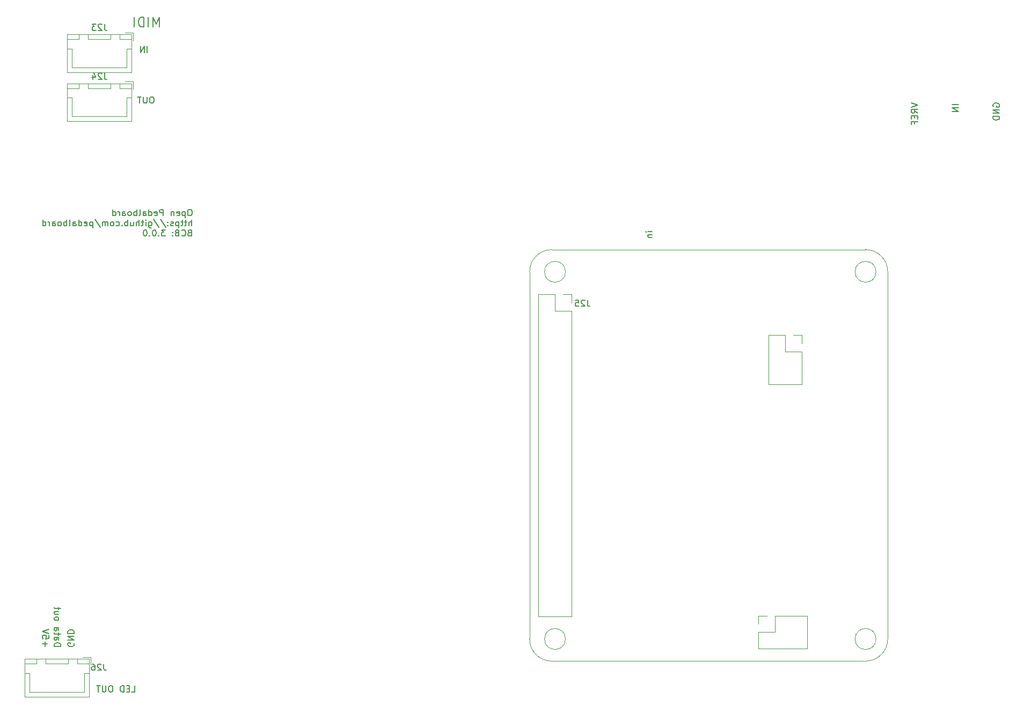
<source format=gbo>
G04 #@! TF.GenerationSoftware,KiCad,Pcbnew,7.0.8-7.0.8~ubuntu23.04.1*
G04 #@! TF.CreationDate,2023-10-19T21:47:09+00:00*
G04 #@! TF.ProjectId,pedalboard-hw,70656461-6c62-46f6-9172-642d68772e6b,3.0.0*
G04 #@! TF.SameCoordinates,Original*
G04 #@! TF.FileFunction,Legend,Bot*
G04 #@! TF.FilePolarity,Positive*
%FSLAX46Y46*%
G04 Gerber Fmt 4.6, Leading zero omitted, Abs format (unit mm)*
G04 Created by KiCad (PCBNEW 7.0.8-7.0.8~ubuntu23.04.1) date 2023-10-19 21:47:09*
%MOMM*%
%LPD*%
G01*
G04 APERTURE LIST*
%ADD10C,0.150000*%
%ADD11C,0.120000*%
%ADD12C,0.100000*%
%ADD13C,2.700000*%
%ADD14O,1.200000X2.200000*%
%ADD15O,2.200000X1.200000*%
%ADD16C,3.000000*%
%ADD17R,4.400000X1.800000*%
%ADD18O,4.000000X1.800000*%
%ADD19O,1.800000X4.000000*%
%ADD20R,2.600000X2.600000*%
%ADD21C,2.600000*%
%ADD22C,6.000000*%
%ADD23R,1.350000X1.350000*%
%ADD24O,1.350000X1.350000*%
%ADD25R,1.700000X1.700000*%
%ADD26O,1.700000X1.700000*%
%ADD27C,0.600000*%
%ADD28R,0.840000X0.840000*%
%ADD29C,0.840000*%
%ADD30O,0.850000X1.850000*%
%ADD31R,2.000000X2.000000*%
%ADD32C,2.000000*%
%ADD33C,3.200000*%
%ADD34C,6.100000*%
%ADD35O,1.700000X1.950000*%
G04 APERTURE END LIST*
D10*
X43082561Y-122139411D02*
X43130180Y-122234649D01*
X43130180Y-122234649D02*
X43130180Y-122377506D01*
X43130180Y-122377506D02*
X43082561Y-122520363D01*
X43082561Y-122520363D02*
X42987323Y-122615601D01*
X42987323Y-122615601D02*
X42892085Y-122663220D01*
X42892085Y-122663220D02*
X42701609Y-122710839D01*
X42701609Y-122710839D02*
X42558752Y-122710839D01*
X42558752Y-122710839D02*
X42368276Y-122663220D01*
X42368276Y-122663220D02*
X42273038Y-122615601D01*
X42273038Y-122615601D02*
X42177800Y-122520363D01*
X42177800Y-122520363D02*
X42130180Y-122377506D01*
X42130180Y-122377506D02*
X42130180Y-122282268D01*
X42130180Y-122282268D02*
X42177800Y-122139411D01*
X42177800Y-122139411D02*
X42225419Y-122091792D01*
X42225419Y-122091792D02*
X42558752Y-122091792D01*
X42558752Y-122091792D02*
X42558752Y-122282268D01*
X42130180Y-121663220D02*
X43130180Y-121663220D01*
X43130180Y-121663220D02*
X42130180Y-121091792D01*
X42130180Y-121091792D02*
X43130180Y-121091792D01*
X42130180Y-120615601D02*
X43130180Y-120615601D01*
X43130180Y-120615601D02*
X43130180Y-120377506D01*
X43130180Y-120377506D02*
X43082561Y-120234649D01*
X43082561Y-120234649D02*
X42987323Y-120139411D01*
X42987323Y-120139411D02*
X42892085Y-120091792D01*
X42892085Y-120091792D02*
X42701609Y-120044173D01*
X42701609Y-120044173D02*
X42558752Y-120044173D01*
X42558752Y-120044173D02*
X42368276Y-120091792D01*
X42368276Y-120091792D02*
X42273038Y-120139411D01*
X42273038Y-120139411D02*
X42177800Y-120234649D01*
X42177800Y-120234649D02*
X42130180Y-120377506D01*
X42130180Y-120377506D02*
X42130180Y-120615601D01*
X40012980Y-122663220D02*
X41012980Y-122663220D01*
X41012980Y-122663220D02*
X41012980Y-122425125D01*
X41012980Y-122425125D02*
X40965361Y-122282268D01*
X40965361Y-122282268D02*
X40870123Y-122187030D01*
X40870123Y-122187030D02*
X40774885Y-122139411D01*
X40774885Y-122139411D02*
X40584409Y-122091792D01*
X40584409Y-122091792D02*
X40441552Y-122091792D01*
X40441552Y-122091792D02*
X40251076Y-122139411D01*
X40251076Y-122139411D02*
X40155838Y-122187030D01*
X40155838Y-122187030D02*
X40060600Y-122282268D01*
X40060600Y-122282268D02*
X40012980Y-122425125D01*
X40012980Y-122425125D02*
X40012980Y-122663220D01*
X40012980Y-121234649D02*
X40536790Y-121234649D01*
X40536790Y-121234649D02*
X40632028Y-121282268D01*
X40632028Y-121282268D02*
X40679647Y-121377506D01*
X40679647Y-121377506D02*
X40679647Y-121567982D01*
X40679647Y-121567982D02*
X40632028Y-121663220D01*
X40060600Y-121234649D02*
X40012980Y-121329887D01*
X40012980Y-121329887D02*
X40012980Y-121567982D01*
X40012980Y-121567982D02*
X40060600Y-121663220D01*
X40060600Y-121663220D02*
X40155838Y-121710839D01*
X40155838Y-121710839D02*
X40251076Y-121710839D01*
X40251076Y-121710839D02*
X40346314Y-121663220D01*
X40346314Y-121663220D02*
X40393933Y-121567982D01*
X40393933Y-121567982D02*
X40393933Y-121329887D01*
X40393933Y-121329887D02*
X40441552Y-121234649D01*
X40679647Y-120901315D02*
X40679647Y-120520363D01*
X41012980Y-120758458D02*
X40155838Y-120758458D01*
X40155838Y-120758458D02*
X40060600Y-120710839D01*
X40060600Y-120710839D02*
X40012980Y-120615601D01*
X40012980Y-120615601D02*
X40012980Y-120520363D01*
X40012980Y-119758458D02*
X40536790Y-119758458D01*
X40536790Y-119758458D02*
X40632028Y-119806077D01*
X40632028Y-119806077D02*
X40679647Y-119901315D01*
X40679647Y-119901315D02*
X40679647Y-120091791D01*
X40679647Y-120091791D02*
X40632028Y-120187029D01*
X40060600Y-119758458D02*
X40012980Y-119853696D01*
X40012980Y-119853696D02*
X40012980Y-120091791D01*
X40012980Y-120091791D02*
X40060600Y-120187029D01*
X40060600Y-120187029D02*
X40155838Y-120234648D01*
X40155838Y-120234648D02*
X40251076Y-120234648D01*
X40251076Y-120234648D02*
X40346314Y-120187029D01*
X40346314Y-120187029D02*
X40393933Y-120091791D01*
X40393933Y-120091791D02*
X40393933Y-119853696D01*
X40393933Y-119853696D02*
X40441552Y-119758458D01*
X40012980Y-118377505D02*
X40060600Y-118472743D01*
X40060600Y-118472743D02*
X40108219Y-118520362D01*
X40108219Y-118520362D02*
X40203457Y-118567981D01*
X40203457Y-118567981D02*
X40489171Y-118567981D01*
X40489171Y-118567981D02*
X40584409Y-118520362D01*
X40584409Y-118520362D02*
X40632028Y-118472743D01*
X40632028Y-118472743D02*
X40679647Y-118377505D01*
X40679647Y-118377505D02*
X40679647Y-118234648D01*
X40679647Y-118234648D02*
X40632028Y-118139410D01*
X40632028Y-118139410D02*
X40584409Y-118091791D01*
X40584409Y-118091791D02*
X40489171Y-118044172D01*
X40489171Y-118044172D02*
X40203457Y-118044172D01*
X40203457Y-118044172D02*
X40108219Y-118091791D01*
X40108219Y-118091791D02*
X40060600Y-118139410D01*
X40060600Y-118139410D02*
X40012980Y-118234648D01*
X40012980Y-118234648D02*
X40012980Y-118377505D01*
X40679647Y-117187029D02*
X40012980Y-117187029D01*
X40679647Y-117615600D02*
X40155838Y-117615600D01*
X40155838Y-117615600D02*
X40060600Y-117567981D01*
X40060600Y-117567981D02*
X40012980Y-117472743D01*
X40012980Y-117472743D02*
X40012980Y-117329886D01*
X40012980Y-117329886D02*
X40060600Y-117234648D01*
X40060600Y-117234648D02*
X40108219Y-117187029D01*
X40679647Y-116853695D02*
X40679647Y-116472743D01*
X41012980Y-116710838D02*
X40155838Y-116710838D01*
X40155838Y-116710838D02*
X40060600Y-116663219D01*
X40060600Y-116663219D02*
X40012980Y-116567981D01*
X40012980Y-116567981D02*
X40012980Y-116472743D01*
X54663220Y-28869819D02*
X54663220Y-27869819D01*
X54187030Y-28869819D02*
X54187030Y-27869819D01*
X54187030Y-27869819D02*
X53615602Y-28869819D01*
X53615602Y-28869819D02*
X53615602Y-27869819D01*
X188147438Y-37436588D02*
X188099819Y-37341350D01*
X188099819Y-37341350D02*
X188099819Y-37198493D01*
X188099819Y-37198493D02*
X188147438Y-37055636D01*
X188147438Y-37055636D02*
X188242676Y-36960398D01*
X188242676Y-36960398D02*
X188337914Y-36912779D01*
X188337914Y-36912779D02*
X188528390Y-36865160D01*
X188528390Y-36865160D02*
X188671247Y-36865160D01*
X188671247Y-36865160D02*
X188861723Y-36912779D01*
X188861723Y-36912779D02*
X188956961Y-36960398D01*
X188956961Y-36960398D02*
X189052200Y-37055636D01*
X189052200Y-37055636D02*
X189099819Y-37198493D01*
X189099819Y-37198493D02*
X189099819Y-37293731D01*
X189099819Y-37293731D02*
X189052200Y-37436588D01*
X189052200Y-37436588D02*
X189004580Y-37484207D01*
X189004580Y-37484207D02*
X188671247Y-37484207D01*
X188671247Y-37484207D02*
X188671247Y-37293731D01*
X189099819Y-37912779D02*
X188099819Y-37912779D01*
X188099819Y-37912779D02*
X189099819Y-38484207D01*
X189099819Y-38484207D02*
X188099819Y-38484207D01*
X189099819Y-38960398D02*
X188099819Y-38960398D01*
X188099819Y-38960398D02*
X188099819Y-39198493D01*
X188099819Y-39198493D02*
X188147438Y-39341350D01*
X188147438Y-39341350D02*
X188242676Y-39436588D01*
X188242676Y-39436588D02*
X188337914Y-39484207D01*
X188337914Y-39484207D02*
X188528390Y-39531826D01*
X188528390Y-39531826D02*
X188671247Y-39531826D01*
X188671247Y-39531826D02*
X188861723Y-39484207D01*
X188861723Y-39484207D02*
X188956961Y-39436588D01*
X188956961Y-39436588D02*
X189052200Y-39341350D01*
X189052200Y-39341350D02*
X189099819Y-39198493D01*
X189099819Y-39198493D02*
X189099819Y-38960398D01*
X61472744Y-53649819D02*
X61282268Y-53649819D01*
X61282268Y-53649819D02*
X61187030Y-53697438D01*
X61187030Y-53697438D02*
X61091792Y-53792676D01*
X61091792Y-53792676D02*
X61044173Y-53983152D01*
X61044173Y-53983152D02*
X61044173Y-54316485D01*
X61044173Y-54316485D02*
X61091792Y-54506961D01*
X61091792Y-54506961D02*
X61187030Y-54602200D01*
X61187030Y-54602200D02*
X61282268Y-54649819D01*
X61282268Y-54649819D02*
X61472744Y-54649819D01*
X61472744Y-54649819D02*
X61567982Y-54602200D01*
X61567982Y-54602200D02*
X61663220Y-54506961D01*
X61663220Y-54506961D02*
X61710839Y-54316485D01*
X61710839Y-54316485D02*
X61710839Y-53983152D01*
X61710839Y-53983152D02*
X61663220Y-53792676D01*
X61663220Y-53792676D02*
X61567982Y-53697438D01*
X61567982Y-53697438D02*
X61472744Y-53649819D01*
X60615601Y-53983152D02*
X60615601Y-54983152D01*
X60615601Y-54030771D02*
X60520363Y-53983152D01*
X60520363Y-53983152D02*
X60329887Y-53983152D01*
X60329887Y-53983152D02*
X60234649Y-54030771D01*
X60234649Y-54030771D02*
X60187030Y-54078390D01*
X60187030Y-54078390D02*
X60139411Y-54173628D01*
X60139411Y-54173628D02*
X60139411Y-54459342D01*
X60139411Y-54459342D02*
X60187030Y-54554580D01*
X60187030Y-54554580D02*
X60234649Y-54602200D01*
X60234649Y-54602200D02*
X60329887Y-54649819D01*
X60329887Y-54649819D02*
X60520363Y-54649819D01*
X60520363Y-54649819D02*
X60615601Y-54602200D01*
X59329887Y-54602200D02*
X59425125Y-54649819D01*
X59425125Y-54649819D02*
X59615601Y-54649819D01*
X59615601Y-54649819D02*
X59710839Y-54602200D01*
X59710839Y-54602200D02*
X59758458Y-54506961D01*
X59758458Y-54506961D02*
X59758458Y-54126009D01*
X59758458Y-54126009D02*
X59710839Y-54030771D01*
X59710839Y-54030771D02*
X59615601Y-53983152D01*
X59615601Y-53983152D02*
X59425125Y-53983152D01*
X59425125Y-53983152D02*
X59329887Y-54030771D01*
X59329887Y-54030771D02*
X59282268Y-54126009D01*
X59282268Y-54126009D02*
X59282268Y-54221247D01*
X59282268Y-54221247D02*
X59758458Y-54316485D01*
X58853696Y-53983152D02*
X58853696Y-54649819D01*
X58853696Y-54078390D02*
X58806077Y-54030771D01*
X58806077Y-54030771D02*
X58710839Y-53983152D01*
X58710839Y-53983152D02*
X58567982Y-53983152D01*
X58567982Y-53983152D02*
X58472744Y-54030771D01*
X58472744Y-54030771D02*
X58425125Y-54126009D01*
X58425125Y-54126009D02*
X58425125Y-54649819D01*
X57187029Y-54649819D02*
X57187029Y-53649819D01*
X57187029Y-53649819D02*
X56806077Y-53649819D01*
X56806077Y-53649819D02*
X56710839Y-53697438D01*
X56710839Y-53697438D02*
X56663220Y-53745057D01*
X56663220Y-53745057D02*
X56615601Y-53840295D01*
X56615601Y-53840295D02*
X56615601Y-53983152D01*
X56615601Y-53983152D02*
X56663220Y-54078390D01*
X56663220Y-54078390D02*
X56710839Y-54126009D01*
X56710839Y-54126009D02*
X56806077Y-54173628D01*
X56806077Y-54173628D02*
X57187029Y-54173628D01*
X55806077Y-54602200D02*
X55901315Y-54649819D01*
X55901315Y-54649819D02*
X56091791Y-54649819D01*
X56091791Y-54649819D02*
X56187029Y-54602200D01*
X56187029Y-54602200D02*
X56234648Y-54506961D01*
X56234648Y-54506961D02*
X56234648Y-54126009D01*
X56234648Y-54126009D02*
X56187029Y-54030771D01*
X56187029Y-54030771D02*
X56091791Y-53983152D01*
X56091791Y-53983152D02*
X55901315Y-53983152D01*
X55901315Y-53983152D02*
X55806077Y-54030771D01*
X55806077Y-54030771D02*
X55758458Y-54126009D01*
X55758458Y-54126009D02*
X55758458Y-54221247D01*
X55758458Y-54221247D02*
X56234648Y-54316485D01*
X54901315Y-54649819D02*
X54901315Y-53649819D01*
X54901315Y-54602200D02*
X54996553Y-54649819D01*
X54996553Y-54649819D02*
X55187029Y-54649819D01*
X55187029Y-54649819D02*
X55282267Y-54602200D01*
X55282267Y-54602200D02*
X55329886Y-54554580D01*
X55329886Y-54554580D02*
X55377505Y-54459342D01*
X55377505Y-54459342D02*
X55377505Y-54173628D01*
X55377505Y-54173628D02*
X55329886Y-54078390D01*
X55329886Y-54078390D02*
X55282267Y-54030771D01*
X55282267Y-54030771D02*
X55187029Y-53983152D01*
X55187029Y-53983152D02*
X54996553Y-53983152D01*
X54996553Y-53983152D02*
X54901315Y-54030771D01*
X53996553Y-54649819D02*
X53996553Y-54126009D01*
X53996553Y-54126009D02*
X54044172Y-54030771D01*
X54044172Y-54030771D02*
X54139410Y-53983152D01*
X54139410Y-53983152D02*
X54329886Y-53983152D01*
X54329886Y-53983152D02*
X54425124Y-54030771D01*
X53996553Y-54602200D02*
X54091791Y-54649819D01*
X54091791Y-54649819D02*
X54329886Y-54649819D01*
X54329886Y-54649819D02*
X54425124Y-54602200D01*
X54425124Y-54602200D02*
X54472743Y-54506961D01*
X54472743Y-54506961D02*
X54472743Y-54411723D01*
X54472743Y-54411723D02*
X54425124Y-54316485D01*
X54425124Y-54316485D02*
X54329886Y-54268866D01*
X54329886Y-54268866D02*
X54091791Y-54268866D01*
X54091791Y-54268866D02*
X53996553Y-54221247D01*
X53377505Y-54649819D02*
X53472743Y-54602200D01*
X53472743Y-54602200D02*
X53520362Y-54506961D01*
X53520362Y-54506961D02*
X53520362Y-53649819D01*
X52996552Y-54649819D02*
X52996552Y-53649819D01*
X52996552Y-54030771D02*
X52901314Y-53983152D01*
X52901314Y-53983152D02*
X52710838Y-53983152D01*
X52710838Y-53983152D02*
X52615600Y-54030771D01*
X52615600Y-54030771D02*
X52567981Y-54078390D01*
X52567981Y-54078390D02*
X52520362Y-54173628D01*
X52520362Y-54173628D02*
X52520362Y-54459342D01*
X52520362Y-54459342D02*
X52567981Y-54554580D01*
X52567981Y-54554580D02*
X52615600Y-54602200D01*
X52615600Y-54602200D02*
X52710838Y-54649819D01*
X52710838Y-54649819D02*
X52901314Y-54649819D01*
X52901314Y-54649819D02*
X52996552Y-54602200D01*
X51948933Y-54649819D02*
X52044171Y-54602200D01*
X52044171Y-54602200D02*
X52091790Y-54554580D01*
X52091790Y-54554580D02*
X52139409Y-54459342D01*
X52139409Y-54459342D02*
X52139409Y-54173628D01*
X52139409Y-54173628D02*
X52091790Y-54078390D01*
X52091790Y-54078390D02*
X52044171Y-54030771D01*
X52044171Y-54030771D02*
X51948933Y-53983152D01*
X51948933Y-53983152D02*
X51806076Y-53983152D01*
X51806076Y-53983152D02*
X51710838Y-54030771D01*
X51710838Y-54030771D02*
X51663219Y-54078390D01*
X51663219Y-54078390D02*
X51615600Y-54173628D01*
X51615600Y-54173628D02*
X51615600Y-54459342D01*
X51615600Y-54459342D02*
X51663219Y-54554580D01*
X51663219Y-54554580D02*
X51710838Y-54602200D01*
X51710838Y-54602200D02*
X51806076Y-54649819D01*
X51806076Y-54649819D02*
X51948933Y-54649819D01*
X50758457Y-54649819D02*
X50758457Y-54126009D01*
X50758457Y-54126009D02*
X50806076Y-54030771D01*
X50806076Y-54030771D02*
X50901314Y-53983152D01*
X50901314Y-53983152D02*
X51091790Y-53983152D01*
X51091790Y-53983152D02*
X51187028Y-54030771D01*
X50758457Y-54602200D02*
X50853695Y-54649819D01*
X50853695Y-54649819D02*
X51091790Y-54649819D01*
X51091790Y-54649819D02*
X51187028Y-54602200D01*
X51187028Y-54602200D02*
X51234647Y-54506961D01*
X51234647Y-54506961D02*
X51234647Y-54411723D01*
X51234647Y-54411723D02*
X51187028Y-54316485D01*
X51187028Y-54316485D02*
X51091790Y-54268866D01*
X51091790Y-54268866D02*
X50853695Y-54268866D01*
X50853695Y-54268866D02*
X50758457Y-54221247D01*
X50282266Y-54649819D02*
X50282266Y-53983152D01*
X50282266Y-54173628D02*
X50234647Y-54078390D01*
X50234647Y-54078390D02*
X50187028Y-54030771D01*
X50187028Y-54030771D02*
X50091790Y-53983152D01*
X50091790Y-53983152D02*
X49996552Y-53983152D01*
X49234647Y-54649819D02*
X49234647Y-53649819D01*
X49234647Y-54602200D02*
X49329885Y-54649819D01*
X49329885Y-54649819D02*
X49520361Y-54649819D01*
X49520361Y-54649819D02*
X49615599Y-54602200D01*
X49615599Y-54602200D02*
X49663218Y-54554580D01*
X49663218Y-54554580D02*
X49710837Y-54459342D01*
X49710837Y-54459342D02*
X49710837Y-54173628D01*
X49710837Y-54173628D02*
X49663218Y-54078390D01*
X49663218Y-54078390D02*
X49615599Y-54030771D01*
X49615599Y-54030771D02*
X49520361Y-53983152D01*
X49520361Y-53983152D02*
X49329885Y-53983152D01*
X49329885Y-53983152D02*
X49234647Y-54030771D01*
X61663220Y-56259819D02*
X61663220Y-55259819D01*
X61234649Y-56259819D02*
X61234649Y-55736009D01*
X61234649Y-55736009D02*
X61282268Y-55640771D01*
X61282268Y-55640771D02*
X61377506Y-55593152D01*
X61377506Y-55593152D02*
X61520363Y-55593152D01*
X61520363Y-55593152D02*
X61615601Y-55640771D01*
X61615601Y-55640771D02*
X61663220Y-55688390D01*
X60901315Y-55593152D02*
X60520363Y-55593152D01*
X60758458Y-55259819D02*
X60758458Y-56116961D01*
X60758458Y-56116961D02*
X60710839Y-56212200D01*
X60710839Y-56212200D02*
X60615601Y-56259819D01*
X60615601Y-56259819D02*
X60520363Y-56259819D01*
X60329886Y-55593152D02*
X59948934Y-55593152D01*
X60187029Y-55259819D02*
X60187029Y-56116961D01*
X60187029Y-56116961D02*
X60139410Y-56212200D01*
X60139410Y-56212200D02*
X60044172Y-56259819D01*
X60044172Y-56259819D02*
X59948934Y-56259819D01*
X59615600Y-55593152D02*
X59615600Y-56593152D01*
X59615600Y-55640771D02*
X59520362Y-55593152D01*
X59520362Y-55593152D02*
X59329886Y-55593152D01*
X59329886Y-55593152D02*
X59234648Y-55640771D01*
X59234648Y-55640771D02*
X59187029Y-55688390D01*
X59187029Y-55688390D02*
X59139410Y-55783628D01*
X59139410Y-55783628D02*
X59139410Y-56069342D01*
X59139410Y-56069342D02*
X59187029Y-56164580D01*
X59187029Y-56164580D02*
X59234648Y-56212200D01*
X59234648Y-56212200D02*
X59329886Y-56259819D01*
X59329886Y-56259819D02*
X59520362Y-56259819D01*
X59520362Y-56259819D02*
X59615600Y-56212200D01*
X58758457Y-56212200D02*
X58663219Y-56259819D01*
X58663219Y-56259819D02*
X58472743Y-56259819D01*
X58472743Y-56259819D02*
X58377505Y-56212200D01*
X58377505Y-56212200D02*
X58329886Y-56116961D01*
X58329886Y-56116961D02*
X58329886Y-56069342D01*
X58329886Y-56069342D02*
X58377505Y-55974104D01*
X58377505Y-55974104D02*
X58472743Y-55926485D01*
X58472743Y-55926485D02*
X58615600Y-55926485D01*
X58615600Y-55926485D02*
X58710838Y-55878866D01*
X58710838Y-55878866D02*
X58758457Y-55783628D01*
X58758457Y-55783628D02*
X58758457Y-55736009D01*
X58758457Y-55736009D02*
X58710838Y-55640771D01*
X58710838Y-55640771D02*
X58615600Y-55593152D01*
X58615600Y-55593152D02*
X58472743Y-55593152D01*
X58472743Y-55593152D02*
X58377505Y-55640771D01*
X57901314Y-56164580D02*
X57853695Y-56212200D01*
X57853695Y-56212200D02*
X57901314Y-56259819D01*
X57901314Y-56259819D02*
X57948933Y-56212200D01*
X57948933Y-56212200D02*
X57901314Y-56164580D01*
X57901314Y-56164580D02*
X57901314Y-56259819D01*
X57901314Y-55640771D02*
X57853695Y-55688390D01*
X57853695Y-55688390D02*
X57901314Y-55736009D01*
X57901314Y-55736009D02*
X57948933Y-55688390D01*
X57948933Y-55688390D02*
X57901314Y-55640771D01*
X57901314Y-55640771D02*
X57901314Y-55736009D01*
X56710839Y-55212200D02*
X57567981Y-56497914D01*
X55663220Y-55212200D02*
X56520362Y-56497914D01*
X54901315Y-55593152D02*
X54901315Y-56402676D01*
X54901315Y-56402676D02*
X54948934Y-56497914D01*
X54948934Y-56497914D02*
X54996553Y-56545533D01*
X54996553Y-56545533D02*
X55091791Y-56593152D01*
X55091791Y-56593152D02*
X55234648Y-56593152D01*
X55234648Y-56593152D02*
X55329886Y-56545533D01*
X54901315Y-56212200D02*
X54996553Y-56259819D01*
X54996553Y-56259819D02*
X55187029Y-56259819D01*
X55187029Y-56259819D02*
X55282267Y-56212200D01*
X55282267Y-56212200D02*
X55329886Y-56164580D01*
X55329886Y-56164580D02*
X55377505Y-56069342D01*
X55377505Y-56069342D02*
X55377505Y-55783628D01*
X55377505Y-55783628D02*
X55329886Y-55688390D01*
X55329886Y-55688390D02*
X55282267Y-55640771D01*
X55282267Y-55640771D02*
X55187029Y-55593152D01*
X55187029Y-55593152D02*
X54996553Y-55593152D01*
X54996553Y-55593152D02*
X54901315Y-55640771D01*
X54425124Y-56259819D02*
X54425124Y-55593152D01*
X54425124Y-55259819D02*
X54472743Y-55307438D01*
X54472743Y-55307438D02*
X54425124Y-55355057D01*
X54425124Y-55355057D02*
X54377505Y-55307438D01*
X54377505Y-55307438D02*
X54425124Y-55259819D01*
X54425124Y-55259819D02*
X54425124Y-55355057D01*
X54091791Y-55593152D02*
X53710839Y-55593152D01*
X53948934Y-55259819D02*
X53948934Y-56116961D01*
X53948934Y-56116961D02*
X53901315Y-56212200D01*
X53901315Y-56212200D02*
X53806077Y-56259819D01*
X53806077Y-56259819D02*
X53710839Y-56259819D01*
X53377505Y-56259819D02*
X53377505Y-55259819D01*
X52948934Y-56259819D02*
X52948934Y-55736009D01*
X52948934Y-55736009D02*
X52996553Y-55640771D01*
X52996553Y-55640771D02*
X53091791Y-55593152D01*
X53091791Y-55593152D02*
X53234648Y-55593152D01*
X53234648Y-55593152D02*
X53329886Y-55640771D01*
X53329886Y-55640771D02*
X53377505Y-55688390D01*
X52044172Y-55593152D02*
X52044172Y-56259819D01*
X52472743Y-55593152D02*
X52472743Y-56116961D01*
X52472743Y-56116961D02*
X52425124Y-56212200D01*
X52425124Y-56212200D02*
X52329886Y-56259819D01*
X52329886Y-56259819D02*
X52187029Y-56259819D01*
X52187029Y-56259819D02*
X52091791Y-56212200D01*
X52091791Y-56212200D02*
X52044172Y-56164580D01*
X51567981Y-56259819D02*
X51567981Y-55259819D01*
X51567981Y-55640771D02*
X51472743Y-55593152D01*
X51472743Y-55593152D02*
X51282267Y-55593152D01*
X51282267Y-55593152D02*
X51187029Y-55640771D01*
X51187029Y-55640771D02*
X51139410Y-55688390D01*
X51139410Y-55688390D02*
X51091791Y-55783628D01*
X51091791Y-55783628D02*
X51091791Y-56069342D01*
X51091791Y-56069342D02*
X51139410Y-56164580D01*
X51139410Y-56164580D02*
X51187029Y-56212200D01*
X51187029Y-56212200D02*
X51282267Y-56259819D01*
X51282267Y-56259819D02*
X51472743Y-56259819D01*
X51472743Y-56259819D02*
X51567981Y-56212200D01*
X50663219Y-56164580D02*
X50615600Y-56212200D01*
X50615600Y-56212200D02*
X50663219Y-56259819D01*
X50663219Y-56259819D02*
X50710838Y-56212200D01*
X50710838Y-56212200D02*
X50663219Y-56164580D01*
X50663219Y-56164580D02*
X50663219Y-56259819D01*
X49758458Y-56212200D02*
X49853696Y-56259819D01*
X49853696Y-56259819D02*
X50044172Y-56259819D01*
X50044172Y-56259819D02*
X50139410Y-56212200D01*
X50139410Y-56212200D02*
X50187029Y-56164580D01*
X50187029Y-56164580D02*
X50234648Y-56069342D01*
X50234648Y-56069342D02*
X50234648Y-55783628D01*
X50234648Y-55783628D02*
X50187029Y-55688390D01*
X50187029Y-55688390D02*
X50139410Y-55640771D01*
X50139410Y-55640771D02*
X50044172Y-55593152D01*
X50044172Y-55593152D02*
X49853696Y-55593152D01*
X49853696Y-55593152D02*
X49758458Y-55640771D01*
X49187029Y-56259819D02*
X49282267Y-56212200D01*
X49282267Y-56212200D02*
X49329886Y-56164580D01*
X49329886Y-56164580D02*
X49377505Y-56069342D01*
X49377505Y-56069342D02*
X49377505Y-55783628D01*
X49377505Y-55783628D02*
X49329886Y-55688390D01*
X49329886Y-55688390D02*
X49282267Y-55640771D01*
X49282267Y-55640771D02*
X49187029Y-55593152D01*
X49187029Y-55593152D02*
X49044172Y-55593152D01*
X49044172Y-55593152D02*
X48948934Y-55640771D01*
X48948934Y-55640771D02*
X48901315Y-55688390D01*
X48901315Y-55688390D02*
X48853696Y-55783628D01*
X48853696Y-55783628D02*
X48853696Y-56069342D01*
X48853696Y-56069342D02*
X48901315Y-56164580D01*
X48901315Y-56164580D02*
X48948934Y-56212200D01*
X48948934Y-56212200D02*
X49044172Y-56259819D01*
X49044172Y-56259819D02*
X49187029Y-56259819D01*
X48425124Y-56259819D02*
X48425124Y-55593152D01*
X48425124Y-55688390D02*
X48377505Y-55640771D01*
X48377505Y-55640771D02*
X48282267Y-55593152D01*
X48282267Y-55593152D02*
X48139410Y-55593152D01*
X48139410Y-55593152D02*
X48044172Y-55640771D01*
X48044172Y-55640771D02*
X47996553Y-55736009D01*
X47996553Y-55736009D02*
X47996553Y-56259819D01*
X47996553Y-55736009D02*
X47948934Y-55640771D01*
X47948934Y-55640771D02*
X47853696Y-55593152D01*
X47853696Y-55593152D02*
X47710839Y-55593152D01*
X47710839Y-55593152D02*
X47615600Y-55640771D01*
X47615600Y-55640771D02*
X47567981Y-55736009D01*
X47567981Y-55736009D02*
X47567981Y-56259819D01*
X46377506Y-55212200D02*
X47234648Y-56497914D01*
X46044172Y-55593152D02*
X46044172Y-56593152D01*
X46044172Y-55640771D02*
X45948934Y-55593152D01*
X45948934Y-55593152D02*
X45758458Y-55593152D01*
X45758458Y-55593152D02*
X45663220Y-55640771D01*
X45663220Y-55640771D02*
X45615601Y-55688390D01*
X45615601Y-55688390D02*
X45567982Y-55783628D01*
X45567982Y-55783628D02*
X45567982Y-56069342D01*
X45567982Y-56069342D02*
X45615601Y-56164580D01*
X45615601Y-56164580D02*
X45663220Y-56212200D01*
X45663220Y-56212200D02*
X45758458Y-56259819D01*
X45758458Y-56259819D02*
X45948934Y-56259819D01*
X45948934Y-56259819D02*
X46044172Y-56212200D01*
X44758458Y-56212200D02*
X44853696Y-56259819D01*
X44853696Y-56259819D02*
X45044172Y-56259819D01*
X45044172Y-56259819D02*
X45139410Y-56212200D01*
X45139410Y-56212200D02*
X45187029Y-56116961D01*
X45187029Y-56116961D02*
X45187029Y-55736009D01*
X45187029Y-55736009D02*
X45139410Y-55640771D01*
X45139410Y-55640771D02*
X45044172Y-55593152D01*
X45044172Y-55593152D02*
X44853696Y-55593152D01*
X44853696Y-55593152D02*
X44758458Y-55640771D01*
X44758458Y-55640771D02*
X44710839Y-55736009D01*
X44710839Y-55736009D02*
X44710839Y-55831247D01*
X44710839Y-55831247D02*
X45187029Y-55926485D01*
X43853696Y-56259819D02*
X43853696Y-55259819D01*
X43853696Y-56212200D02*
X43948934Y-56259819D01*
X43948934Y-56259819D02*
X44139410Y-56259819D01*
X44139410Y-56259819D02*
X44234648Y-56212200D01*
X44234648Y-56212200D02*
X44282267Y-56164580D01*
X44282267Y-56164580D02*
X44329886Y-56069342D01*
X44329886Y-56069342D02*
X44329886Y-55783628D01*
X44329886Y-55783628D02*
X44282267Y-55688390D01*
X44282267Y-55688390D02*
X44234648Y-55640771D01*
X44234648Y-55640771D02*
X44139410Y-55593152D01*
X44139410Y-55593152D02*
X43948934Y-55593152D01*
X43948934Y-55593152D02*
X43853696Y-55640771D01*
X42948934Y-56259819D02*
X42948934Y-55736009D01*
X42948934Y-55736009D02*
X42996553Y-55640771D01*
X42996553Y-55640771D02*
X43091791Y-55593152D01*
X43091791Y-55593152D02*
X43282267Y-55593152D01*
X43282267Y-55593152D02*
X43377505Y-55640771D01*
X42948934Y-56212200D02*
X43044172Y-56259819D01*
X43044172Y-56259819D02*
X43282267Y-56259819D01*
X43282267Y-56259819D02*
X43377505Y-56212200D01*
X43377505Y-56212200D02*
X43425124Y-56116961D01*
X43425124Y-56116961D02*
X43425124Y-56021723D01*
X43425124Y-56021723D02*
X43377505Y-55926485D01*
X43377505Y-55926485D02*
X43282267Y-55878866D01*
X43282267Y-55878866D02*
X43044172Y-55878866D01*
X43044172Y-55878866D02*
X42948934Y-55831247D01*
X42329886Y-56259819D02*
X42425124Y-56212200D01*
X42425124Y-56212200D02*
X42472743Y-56116961D01*
X42472743Y-56116961D02*
X42472743Y-55259819D01*
X41948933Y-56259819D02*
X41948933Y-55259819D01*
X41948933Y-55640771D02*
X41853695Y-55593152D01*
X41853695Y-55593152D02*
X41663219Y-55593152D01*
X41663219Y-55593152D02*
X41567981Y-55640771D01*
X41567981Y-55640771D02*
X41520362Y-55688390D01*
X41520362Y-55688390D02*
X41472743Y-55783628D01*
X41472743Y-55783628D02*
X41472743Y-56069342D01*
X41472743Y-56069342D02*
X41520362Y-56164580D01*
X41520362Y-56164580D02*
X41567981Y-56212200D01*
X41567981Y-56212200D02*
X41663219Y-56259819D01*
X41663219Y-56259819D02*
X41853695Y-56259819D01*
X41853695Y-56259819D02*
X41948933Y-56212200D01*
X40901314Y-56259819D02*
X40996552Y-56212200D01*
X40996552Y-56212200D02*
X41044171Y-56164580D01*
X41044171Y-56164580D02*
X41091790Y-56069342D01*
X41091790Y-56069342D02*
X41091790Y-55783628D01*
X41091790Y-55783628D02*
X41044171Y-55688390D01*
X41044171Y-55688390D02*
X40996552Y-55640771D01*
X40996552Y-55640771D02*
X40901314Y-55593152D01*
X40901314Y-55593152D02*
X40758457Y-55593152D01*
X40758457Y-55593152D02*
X40663219Y-55640771D01*
X40663219Y-55640771D02*
X40615600Y-55688390D01*
X40615600Y-55688390D02*
X40567981Y-55783628D01*
X40567981Y-55783628D02*
X40567981Y-56069342D01*
X40567981Y-56069342D02*
X40615600Y-56164580D01*
X40615600Y-56164580D02*
X40663219Y-56212200D01*
X40663219Y-56212200D02*
X40758457Y-56259819D01*
X40758457Y-56259819D02*
X40901314Y-56259819D01*
X39710838Y-56259819D02*
X39710838Y-55736009D01*
X39710838Y-55736009D02*
X39758457Y-55640771D01*
X39758457Y-55640771D02*
X39853695Y-55593152D01*
X39853695Y-55593152D02*
X40044171Y-55593152D01*
X40044171Y-55593152D02*
X40139409Y-55640771D01*
X39710838Y-56212200D02*
X39806076Y-56259819D01*
X39806076Y-56259819D02*
X40044171Y-56259819D01*
X40044171Y-56259819D02*
X40139409Y-56212200D01*
X40139409Y-56212200D02*
X40187028Y-56116961D01*
X40187028Y-56116961D02*
X40187028Y-56021723D01*
X40187028Y-56021723D02*
X40139409Y-55926485D01*
X40139409Y-55926485D02*
X40044171Y-55878866D01*
X40044171Y-55878866D02*
X39806076Y-55878866D01*
X39806076Y-55878866D02*
X39710838Y-55831247D01*
X39234647Y-56259819D02*
X39234647Y-55593152D01*
X39234647Y-55783628D02*
X39187028Y-55688390D01*
X39187028Y-55688390D02*
X39139409Y-55640771D01*
X39139409Y-55640771D02*
X39044171Y-55593152D01*
X39044171Y-55593152D02*
X38948933Y-55593152D01*
X38187028Y-56259819D02*
X38187028Y-55259819D01*
X38187028Y-56212200D02*
X38282266Y-56259819D01*
X38282266Y-56259819D02*
X38472742Y-56259819D01*
X38472742Y-56259819D02*
X38567980Y-56212200D01*
X38567980Y-56212200D02*
X38615599Y-56164580D01*
X38615599Y-56164580D02*
X38663218Y-56069342D01*
X38663218Y-56069342D02*
X38663218Y-55783628D01*
X38663218Y-55783628D02*
X38615599Y-55688390D01*
X38615599Y-55688390D02*
X38567980Y-55640771D01*
X38567980Y-55640771D02*
X38472742Y-55593152D01*
X38472742Y-55593152D02*
X38282266Y-55593152D01*
X38282266Y-55593152D02*
X38187028Y-55640771D01*
X61329887Y-57346009D02*
X61187030Y-57393628D01*
X61187030Y-57393628D02*
X61139411Y-57441247D01*
X61139411Y-57441247D02*
X61091792Y-57536485D01*
X61091792Y-57536485D02*
X61091792Y-57679342D01*
X61091792Y-57679342D02*
X61139411Y-57774580D01*
X61139411Y-57774580D02*
X61187030Y-57822200D01*
X61187030Y-57822200D02*
X61282268Y-57869819D01*
X61282268Y-57869819D02*
X61663220Y-57869819D01*
X61663220Y-57869819D02*
X61663220Y-56869819D01*
X61663220Y-56869819D02*
X61329887Y-56869819D01*
X61329887Y-56869819D02*
X61234649Y-56917438D01*
X61234649Y-56917438D02*
X61187030Y-56965057D01*
X61187030Y-56965057D02*
X61139411Y-57060295D01*
X61139411Y-57060295D02*
X61139411Y-57155533D01*
X61139411Y-57155533D02*
X61187030Y-57250771D01*
X61187030Y-57250771D02*
X61234649Y-57298390D01*
X61234649Y-57298390D02*
X61329887Y-57346009D01*
X61329887Y-57346009D02*
X61663220Y-57346009D01*
X60091792Y-57774580D02*
X60139411Y-57822200D01*
X60139411Y-57822200D02*
X60282268Y-57869819D01*
X60282268Y-57869819D02*
X60377506Y-57869819D01*
X60377506Y-57869819D02*
X60520363Y-57822200D01*
X60520363Y-57822200D02*
X60615601Y-57726961D01*
X60615601Y-57726961D02*
X60663220Y-57631723D01*
X60663220Y-57631723D02*
X60710839Y-57441247D01*
X60710839Y-57441247D02*
X60710839Y-57298390D01*
X60710839Y-57298390D02*
X60663220Y-57107914D01*
X60663220Y-57107914D02*
X60615601Y-57012676D01*
X60615601Y-57012676D02*
X60520363Y-56917438D01*
X60520363Y-56917438D02*
X60377506Y-56869819D01*
X60377506Y-56869819D02*
X60282268Y-56869819D01*
X60282268Y-56869819D02*
X60139411Y-56917438D01*
X60139411Y-56917438D02*
X60091792Y-56965057D01*
X59329887Y-57346009D02*
X59187030Y-57393628D01*
X59187030Y-57393628D02*
X59139411Y-57441247D01*
X59139411Y-57441247D02*
X59091792Y-57536485D01*
X59091792Y-57536485D02*
X59091792Y-57679342D01*
X59091792Y-57679342D02*
X59139411Y-57774580D01*
X59139411Y-57774580D02*
X59187030Y-57822200D01*
X59187030Y-57822200D02*
X59282268Y-57869819D01*
X59282268Y-57869819D02*
X59663220Y-57869819D01*
X59663220Y-57869819D02*
X59663220Y-56869819D01*
X59663220Y-56869819D02*
X59329887Y-56869819D01*
X59329887Y-56869819D02*
X59234649Y-56917438D01*
X59234649Y-56917438D02*
X59187030Y-56965057D01*
X59187030Y-56965057D02*
X59139411Y-57060295D01*
X59139411Y-57060295D02*
X59139411Y-57155533D01*
X59139411Y-57155533D02*
X59187030Y-57250771D01*
X59187030Y-57250771D02*
X59234649Y-57298390D01*
X59234649Y-57298390D02*
X59329887Y-57346009D01*
X59329887Y-57346009D02*
X59663220Y-57346009D01*
X58663220Y-57774580D02*
X58615601Y-57822200D01*
X58615601Y-57822200D02*
X58663220Y-57869819D01*
X58663220Y-57869819D02*
X58710839Y-57822200D01*
X58710839Y-57822200D02*
X58663220Y-57774580D01*
X58663220Y-57774580D02*
X58663220Y-57869819D01*
X58663220Y-57250771D02*
X58615601Y-57298390D01*
X58615601Y-57298390D02*
X58663220Y-57346009D01*
X58663220Y-57346009D02*
X58710839Y-57298390D01*
X58710839Y-57298390D02*
X58663220Y-57250771D01*
X58663220Y-57250771D02*
X58663220Y-57346009D01*
X57520363Y-56869819D02*
X56901316Y-56869819D01*
X56901316Y-56869819D02*
X57234649Y-57250771D01*
X57234649Y-57250771D02*
X57091792Y-57250771D01*
X57091792Y-57250771D02*
X56996554Y-57298390D01*
X56996554Y-57298390D02*
X56948935Y-57346009D01*
X56948935Y-57346009D02*
X56901316Y-57441247D01*
X56901316Y-57441247D02*
X56901316Y-57679342D01*
X56901316Y-57679342D02*
X56948935Y-57774580D01*
X56948935Y-57774580D02*
X56996554Y-57822200D01*
X56996554Y-57822200D02*
X57091792Y-57869819D01*
X57091792Y-57869819D02*
X57377506Y-57869819D01*
X57377506Y-57869819D02*
X57472744Y-57822200D01*
X57472744Y-57822200D02*
X57520363Y-57774580D01*
X56472744Y-57774580D02*
X56425125Y-57822200D01*
X56425125Y-57822200D02*
X56472744Y-57869819D01*
X56472744Y-57869819D02*
X56520363Y-57822200D01*
X56520363Y-57822200D02*
X56472744Y-57774580D01*
X56472744Y-57774580D02*
X56472744Y-57869819D01*
X55806078Y-56869819D02*
X55710840Y-56869819D01*
X55710840Y-56869819D02*
X55615602Y-56917438D01*
X55615602Y-56917438D02*
X55567983Y-56965057D01*
X55567983Y-56965057D02*
X55520364Y-57060295D01*
X55520364Y-57060295D02*
X55472745Y-57250771D01*
X55472745Y-57250771D02*
X55472745Y-57488866D01*
X55472745Y-57488866D02*
X55520364Y-57679342D01*
X55520364Y-57679342D02*
X55567983Y-57774580D01*
X55567983Y-57774580D02*
X55615602Y-57822200D01*
X55615602Y-57822200D02*
X55710840Y-57869819D01*
X55710840Y-57869819D02*
X55806078Y-57869819D01*
X55806078Y-57869819D02*
X55901316Y-57822200D01*
X55901316Y-57822200D02*
X55948935Y-57774580D01*
X55948935Y-57774580D02*
X55996554Y-57679342D01*
X55996554Y-57679342D02*
X56044173Y-57488866D01*
X56044173Y-57488866D02*
X56044173Y-57250771D01*
X56044173Y-57250771D02*
X55996554Y-57060295D01*
X55996554Y-57060295D02*
X55948935Y-56965057D01*
X55948935Y-56965057D02*
X55901316Y-56917438D01*
X55901316Y-56917438D02*
X55806078Y-56869819D01*
X55044173Y-57774580D02*
X54996554Y-57822200D01*
X54996554Y-57822200D02*
X55044173Y-57869819D01*
X55044173Y-57869819D02*
X55091792Y-57822200D01*
X55091792Y-57822200D02*
X55044173Y-57774580D01*
X55044173Y-57774580D02*
X55044173Y-57869819D01*
X54377507Y-56869819D02*
X54282269Y-56869819D01*
X54282269Y-56869819D02*
X54187031Y-56917438D01*
X54187031Y-56917438D02*
X54139412Y-56965057D01*
X54139412Y-56965057D02*
X54091793Y-57060295D01*
X54091793Y-57060295D02*
X54044174Y-57250771D01*
X54044174Y-57250771D02*
X54044174Y-57488866D01*
X54044174Y-57488866D02*
X54091793Y-57679342D01*
X54091793Y-57679342D02*
X54139412Y-57774580D01*
X54139412Y-57774580D02*
X54187031Y-57822200D01*
X54187031Y-57822200D02*
X54282269Y-57869819D01*
X54282269Y-57869819D02*
X54377507Y-57869819D01*
X54377507Y-57869819D02*
X54472745Y-57822200D01*
X54472745Y-57822200D02*
X54520364Y-57774580D01*
X54520364Y-57774580D02*
X54567983Y-57679342D01*
X54567983Y-57679342D02*
X54615602Y-57488866D01*
X54615602Y-57488866D02*
X54615602Y-57250771D01*
X54615602Y-57250771D02*
X54567983Y-57060295D01*
X54567983Y-57060295D02*
X54520364Y-56965057D01*
X54520364Y-56965057D02*
X54472745Y-56917438D01*
X54472745Y-56917438D02*
X54377507Y-56869819D01*
X38511133Y-122663220D02*
X38511133Y-121901316D01*
X38130180Y-122282268D02*
X38892085Y-122282268D01*
X39130180Y-120948935D02*
X39130180Y-121425125D01*
X39130180Y-121425125D02*
X38653990Y-121472744D01*
X38653990Y-121472744D02*
X38701609Y-121425125D01*
X38701609Y-121425125D02*
X38749228Y-121329887D01*
X38749228Y-121329887D02*
X38749228Y-121091792D01*
X38749228Y-121091792D02*
X38701609Y-120996554D01*
X38701609Y-120996554D02*
X38653990Y-120948935D01*
X38653990Y-120948935D02*
X38558752Y-120901316D01*
X38558752Y-120901316D02*
X38320657Y-120901316D01*
X38320657Y-120901316D02*
X38225419Y-120948935D01*
X38225419Y-120948935D02*
X38177800Y-120996554D01*
X38177800Y-120996554D02*
X38130180Y-121091792D01*
X38130180Y-121091792D02*
X38130180Y-121329887D01*
X38130180Y-121329887D02*
X38177800Y-121425125D01*
X38177800Y-121425125D02*
X38225419Y-121472744D01*
X39130180Y-120615601D02*
X38130180Y-120282268D01*
X38130180Y-120282268D02*
X39130180Y-119948935D01*
X56544173Y-24808628D02*
X56544173Y-23308628D01*
X56544173Y-23308628D02*
X56044173Y-24380057D01*
X56044173Y-24380057D02*
X55544173Y-23308628D01*
X55544173Y-23308628D02*
X55544173Y-24808628D01*
X54829887Y-24808628D02*
X54829887Y-23308628D01*
X54115601Y-24808628D02*
X54115601Y-23308628D01*
X54115601Y-23308628D02*
X53758458Y-23308628D01*
X53758458Y-23308628D02*
X53544172Y-23380057D01*
X53544172Y-23380057D02*
X53401315Y-23522914D01*
X53401315Y-23522914D02*
X53329886Y-23665771D01*
X53329886Y-23665771D02*
X53258458Y-23951485D01*
X53258458Y-23951485D02*
X53258458Y-24165771D01*
X53258458Y-24165771D02*
X53329886Y-24451485D01*
X53329886Y-24451485D02*
X53401315Y-24594342D01*
X53401315Y-24594342D02*
X53544172Y-24737200D01*
X53544172Y-24737200D02*
X53758458Y-24808628D01*
X53758458Y-24808628D02*
X54115601Y-24808628D01*
X52615601Y-24808628D02*
X52615601Y-23308628D01*
X134310619Y-57188379D02*
X133643952Y-57188379D01*
X133310619Y-57188379D02*
X133358238Y-57140760D01*
X133358238Y-57140760D02*
X133405857Y-57188379D01*
X133405857Y-57188379D02*
X133358238Y-57235998D01*
X133358238Y-57235998D02*
X133310619Y-57188379D01*
X133310619Y-57188379D02*
X133405857Y-57188379D01*
X133643952Y-57664569D02*
X134310619Y-57664569D01*
X133739190Y-57664569D02*
X133691571Y-57712188D01*
X133691571Y-57712188D02*
X133643952Y-57807426D01*
X133643952Y-57807426D02*
X133643952Y-57950283D01*
X133643952Y-57950283D02*
X133691571Y-58045521D01*
X133691571Y-58045521D02*
X133786809Y-58093140D01*
X133786809Y-58093140D02*
X134310619Y-58093140D01*
X52187030Y-129869819D02*
X52663220Y-129869819D01*
X52663220Y-129869819D02*
X52663220Y-128869819D01*
X51853696Y-129346009D02*
X51520363Y-129346009D01*
X51377506Y-129869819D02*
X51853696Y-129869819D01*
X51853696Y-129869819D02*
X51853696Y-128869819D01*
X51853696Y-128869819D02*
X51377506Y-128869819D01*
X50948934Y-129869819D02*
X50948934Y-128869819D01*
X50948934Y-128869819D02*
X50710839Y-128869819D01*
X50710839Y-128869819D02*
X50567982Y-128917438D01*
X50567982Y-128917438D02*
X50472744Y-129012676D01*
X50472744Y-129012676D02*
X50425125Y-129107914D01*
X50425125Y-129107914D02*
X50377506Y-129298390D01*
X50377506Y-129298390D02*
X50377506Y-129441247D01*
X50377506Y-129441247D02*
X50425125Y-129631723D01*
X50425125Y-129631723D02*
X50472744Y-129726961D01*
X50472744Y-129726961D02*
X50567982Y-129822200D01*
X50567982Y-129822200D02*
X50710839Y-129869819D01*
X50710839Y-129869819D02*
X50948934Y-129869819D01*
X48996553Y-128869819D02*
X48806077Y-128869819D01*
X48806077Y-128869819D02*
X48710839Y-128917438D01*
X48710839Y-128917438D02*
X48615601Y-129012676D01*
X48615601Y-129012676D02*
X48567982Y-129203152D01*
X48567982Y-129203152D02*
X48567982Y-129536485D01*
X48567982Y-129536485D02*
X48615601Y-129726961D01*
X48615601Y-129726961D02*
X48710839Y-129822200D01*
X48710839Y-129822200D02*
X48806077Y-129869819D01*
X48806077Y-129869819D02*
X48996553Y-129869819D01*
X48996553Y-129869819D02*
X49091791Y-129822200D01*
X49091791Y-129822200D02*
X49187029Y-129726961D01*
X49187029Y-129726961D02*
X49234648Y-129536485D01*
X49234648Y-129536485D02*
X49234648Y-129203152D01*
X49234648Y-129203152D02*
X49187029Y-129012676D01*
X49187029Y-129012676D02*
X49091791Y-128917438D01*
X49091791Y-128917438D02*
X48996553Y-128869819D01*
X48139410Y-128869819D02*
X48139410Y-129679342D01*
X48139410Y-129679342D02*
X48091791Y-129774580D01*
X48091791Y-129774580D02*
X48044172Y-129822200D01*
X48044172Y-129822200D02*
X47948934Y-129869819D01*
X47948934Y-129869819D02*
X47758458Y-129869819D01*
X47758458Y-129869819D02*
X47663220Y-129822200D01*
X47663220Y-129822200D02*
X47615601Y-129774580D01*
X47615601Y-129774580D02*
X47567982Y-129679342D01*
X47567982Y-129679342D02*
X47567982Y-128869819D01*
X47234648Y-128869819D02*
X46663220Y-128869819D01*
X46948934Y-129869819D02*
X46948934Y-128869819D01*
X182648219Y-37115979D02*
X181648219Y-37115979D01*
X182648219Y-37592169D02*
X181648219Y-37592169D01*
X181648219Y-37592169D02*
X182648219Y-38163597D01*
X182648219Y-38163597D02*
X181648219Y-38163597D01*
X55472744Y-35869819D02*
X55282268Y-35869819D01*
X55282268Y-35869819D02*
X55187030Y-35917438D01*
X55187030Y-35917438D02*
X55091792Y-36012676D01*
X55091792Y-36012676D02*
X55044173Y-36203152D01*
X55044173Y-36203152D02*
X55044173Y-36536485D01*
X55044173Y-36536485D02*
X55091792Y-36726961D01*
X55091792Y-36726961D02*
X55187030Y-36822200D01*
X55187030Y-36822200D02*
X55282268Y-36869819D01*
X55282268Y-36869819D02*
X55472744Y-36869819D01*
X55472744Y-36869819D02*
X55567982Y-36822200D01*
X55567982Y-36822200D02*
X55663220Y-36726961D01*
X55663220Y-36726961D02*
X55710839Y-36536485D01*
X55710839Y-36536485D02*
X55710839Y-36203152D01*
X55710839Y-36203152D02*
X55663220Y-36012676D01*
X55663220Y-36012676D02*
X55567982Y-35917438D01*
X55567982Y-35917438D02*
X55472744Y-35869819D01*
X54615601Y-35869819D02*
X54615601Y-36679342D01*
X54615601Y-36679342D02*
X54567982Y-36774580D01*
X54567982Y-36774580D02*
X54520363Y-36822200D01*
X54520363Y-36822200D02*
X54425125Y-36869819D01*
X54425125Y-36869819D02*
X54234649Y-36869819D01*
X54234649Y-36869819D02*
X54139411Y-36822200D01*
X54139411Y-36822200D02*
X54091792Y-36774580D01*
X54091792Y-36774580D02*
X54044173Y-36679342D01*
X54044173Y-36679342D02*
X54044173Y-35869819D01*
X53710839Y-35869819D02*
X53139411Y-35869819D01*
X53425125Y-36869819D02*
X53425125Y-35869819D01*
X175196619Y-36871522D02*
X176196619Y-37204855D01*
X176196619Y-37204855D02*
X175196619Y-37538188D01*
X176196619Y-38442950D02*
X175720428Y-38109617D01*
X176196619Y-37871522D02*
X175196619Y-37871522D01*
X175196619Y-37871522D02*
X175196619Y-38252474D01*
X175196619Y-38252474D02*
X175244238Y-38347712D01*
X175244238Y-38347712D02*
X175291857Y-38395331D01*
X175291857Y-38395331D02*
X175387095Y-38442950D01*
X175387095Y-38442950D02*
X175529952Y-38442950D01*
X175529952Y-38442950D02*
X175625190Y-38395331D01*
X175625190Y-38395331D02*
X175672809Y-38347712D01*
X175672809Y-38347712D02*
X175720428Y-38252474D01*
X175720428Y-38252474D02*
X175720428Y-37871522D01*
X175672809Y-38871522D02*
X175672809Y-39204855D01*
X176196619Y-39347712D02*
X176196619Y-38871522D01*
X176196619Y-38871522D02*
X175196619Y-38871522D01*
X175196619Y-38871522D02*
X175196619Y-39347712D01*
X175672809Y-40109617D02*
X175672809Y-39776284D01*
X176196619Y-39776284D02*
X175196619Y-39776284D01*
X175196619Y-39776284D02*
X175196619Y-40252474D01*
X47909523Y-24379819D02*
X47909523Y-25094104D01*
X47909523Y-25094104D02*
X47957142Y-25236961D01*
X47957142Y-25236961D02*
X48052380Y-25332200D01*
X48052380Y-25332200D02*
X48195237Y-25379819D01*
X48195237Y-25379819D02*
X48290475Y-25379819D01*
X47480951Y-24475057D02*
X47433332Y-24427438D01*
X47433332Y-24427438D02*
X47338094Y-24379819D01*
X47338094Y-24379819D02*
X47099999Y-24379819D01*
X47099999Y-24379819D02*
X47004761Y-24427438D01*
X47004761Y-24427438D02*
X46957142Y-24475057D01*
X46957142Y-24475057D02*
X46909523Y-24570295D01*
X46909523Y-24570295D02*
X46909523Y-24665533D01*
X46909523Y-24665533D02*
X46957142Y-24808390D01*
X46957142Y-24808390D02*
X47528570Y-25379819D01*
X47528570Y-25379819D02*
X46909523Y-25379819D01*
X46576189Y-24379819D02*
X45957142Y-24379819D01*
X45957142Y-24379819D02*
X46290475Y-24760771D01*
X46290475Y-24760771D02*
X46147618Y-24760771D01*
X46147618Y-24760771D02*
X46052380Y-24808390D01*
X46052380Y-24808390D02*
X46004761Y-24856009D01*
X46004761Y-24856009D02*
X45957142Y-24951247D01*
X45957142Y-24951247D02*
X45957142Y-25189342D01*
X45957142Y-25189342D02*
X46004761Y-25284580D01*
X46004761Y-25284580D02*
X46052380Y-25332200D01*
X46052380Y-25332200D02*
X46147618Y-25379819D01*
X46147618Y-25379819D02*
X46433332Y-25379819D01*
X46433332Y-25379819D02*
X46528570Y-25332200D01*
X46528570Y-25332200D02*
X46576189Y-25284580D01*
X47809523Y-125454819D02*
X47809523Y-126169104D01*
X47809523Y-126169104D02*
X47857142Y-126311961D01*
X47857142Y-126311961D02*
X47952380Y-126407200D01*
X47952380Y-126407200D02*
X48095237Y-126454819D01*
X48095237Y-126454819D02*
X48190475Y-126454819D01*
X47380951Y-125550057D02*
X47333332Y-125502438D01*
X47333332Y-125502438D02*
X47238094Y-125454819D01*
X47238094Y-125454819D02*
X46999999Y-125454819D01*
X46999999Y-125454819D02*
X46904761Y-125502438D01*
X46904761Y-125502438D02*
X46857142Y-125550057D01*
X46857142Y-125550057D02*
X46809523Y-125645295D01*
X46809523Y-125645295D02*
X46809523Y-125740533D01*
X46809523Y-125740533D02*
X46857142Y-125883390D01*
X46857142Y-125883390D02*
X47428570Y-126454819D01*
X47428570Y-126454819D02*
X46809523Y-126454819D01*
X45952380Y-125454819D02*
X46142856Y-125454819D01*
X46142856Y-125454819D02*
X46238094Y-125502438D01*
X46238094Y-125502438D02*
X46285713Y-125550057D01*
X46285713Y-125550057D02*
X46380951Y-125692914D01*
X46380951Y-125692914D02*
X46428570Y-125883390D01*
X46428570Y-125883390D02*
X46428570Y-126264342D01*
X46428570Y-126264342D02*
X46380951Y-126359580D01*
X46380951Y-126359580D02*
X46333332Y-126407200D01*
X46333332Y-126407200D02*
X46238094Y-126454819D01*
X46238094Y-126454819D02*
X46047618Y-126454819D01*
X46047618Y-126454819D02*
X45952380Y-126407200D01*
X45952380Y-126407200D02*
X45904761Y-126359580D01*
X45904761Y-126359580D02*
X45857142Y-126264342D01*
X45857142Y-126264342D02*
X45857142Y-126026247D01*
X45857142Y-126026247D02*
X45904761Y-125931009D01*
X45904761Y-125931009D02*
X45952380Y-125883390D01*
X45952380Y-125883390D02*
X46047618Y-125835771D01*
X46047618Y-125835771D02*
X46238094Y-125835771D01*
X46238094Y-125835771D02*
X46333332Y-125883390D01*
X46333332Y-125883390D02*
X46380951Y-125931009D01*
X46380951Y-125931009D02*
X46428570Y-126026247D01*
X124109523Y-67954819D02*
X124109523Y-68669104D01*
X124109523Y-68669104D02*
X124157142Y-68811961D01*
X124157142Y-68811961D02*
X124252380Y-68907200D01*
X124252380Y-68907200D02*
X124395237Y-68954819D01*
X124395237Y-68954819D02*
X124490475Y-68954819D01*
X123680951Y-68050057D02*
X123633332Y-68002438D01*
X123633332Y-68002438D02*
X123538094Y-67954819D01*
X123538094Y-67954819D02*
X123299999Y-67954819D01*
X123299999Y-67954819D02*
X123204761Y-68002438D01*
X123204761Y-68002438D02*
X123157142Y-68050057D01*
X123157142Y-68050057D02*
X123109523Y-68145295D01*
X123109523Y-68145295D02*
X123109523Y-68240533D01*
X123109523Y-68240533D02*
X123157142Y-68383390D01*
X123157142Y-68383390D02*
X123728570Y-68954819D01*
X123728570Y-68954819D02*
X123109523Y-68954819D01*
X122204761Y-67954819D02*
X122680951Y-67954819D01*
X122680951Y-67954819D02*
X122728570Y-68431009D01*
X122728570Y-68431009D02*
X122680951Y-68383390D01*
X122680951Y-68383390D02*
X122585713Y-68335771D01*
X122585713Y-68335771D02*
X122347618Y-68335771D01*
X122347618Y-68335771D02*
X122252380Y-68383390D01*
X122252380Y-68383390D02*
X122204761Y-68431009D01*
X122204761Y-68431009D02*
X122157142Y-68526247D01*
X122157142Y-68526247D02*
X122157142Y-68764342D01*
X122157142Y-68764342D02*
X122204761Y-68859580D01*
X122204761Y-68859580D02*
X122252380Y-68907200D01*
X122252380Y-68907200D02*
X122347618Y-68954819D01*
X122347618Y-68954819D02*
X122585713Y-68954819D01*
X122585713Y-68954819D02*
X122680951Y-68907200D01*
X122680951Y-68907200D02*
X122728570Y-68859580D01*
X47909523Y-32129819D02*
X47909523Y-32844104D01*
X47909523Y-32844104D02*
X47957142Y-32986961D01*
X47957142Y-32986961D02*
X48052380Y-33082200D01*
X48052380Y-33082200D02*
X48195237Y-33129819D01*
X48195237Y-33129819D02*
X48290475Y-33129819D01*
X47480951Y-32225057D02*
X47433332Y-32177438D01*
X47433332Y-32177438D02*
X47338094Y-32129819D01*
X47338094Y-32129819D02*
X47099999Y-32129819D01*
X47099999Y-32129819D02*
X47004761Y-32177438D01*
X47004761Y-32177438D02*
X46957142Y-32225057D01*
X46957142Y-32225057D02*
X46909523Y-32320295D01*
X46909523Y-32320295D02*
X46909523Y-32415533D01*
X46909523Y-32415533D02*
X46957142Y-32558390D01*
X46957142Y-32558390D02*
X47528570Y-33129819D01*
X47528570Y-33129819D02*
X46909523Y-33129819D01*
X46052380Y-32463152D02*
X46052380Y-33129819D01*
X46290475Y-32082200D02*
X46528570Y-32796485D01*
X46528570Y-32796485D02*
X45909523Y-32796485D01*
D11*
X52450000Y-25725000D02*
X52450000Y-26975000D01*
X52160000Y-31985000D02*
X42040000Y-31985000D01*
X52160000Y-26015000D02*
X52160000Y-31985000D01*
X52150000Y-28275000D02*
X51400000Y-28275000D01*
X52150000Y-26775000D02*
X50350000Y-26775000D01*
X52150000Y-26025000D02*
X52150000Y-26775000D01*
X51400000Y-31225000D02*
X47100000Y-31225000D01*
X51400000Y-28275000D02*
X51400000Y-31225000D01*
X51200000Y-25725000D02*
X52450000Y-25725000D01*
X50350000Y-26775000D02*
X50350000Y-26025000D01*
X50350000Y-26025000D02*
X52150000Y-26025000D01*
X48850000Y-26775000D02*
X45350000Y-26775000D01*
X48850000Y-26025000D02*
X48850000Y-26775000D01*
X45350000Y-26775000D02*
X45350000Y-26025000D01*
X45350000Y-26025000D02*
X48850000Y-26025000D01*
X43850000Y-26775000D02*
X42050000Y-26775000D01*
X43850000Y-26025000D02*
X43850000Y-26775000D01*
X42800000Y-31225000D02*
X47100000Y-31225000D01*
X42800000Y-28275000D02*
X42800000Y-31225000D01*
X42050000Y-28275000D02*
X42800000Y-28275000D01*
X42050000Y-26775000D02*
X42050000Y-26025000D01*
X42050000Y-26025000D02*
X43850000Y-26025000D01*
X42040000Y-31985000D02*
X42040000Y-26015000D01*
X42040000Y-26015000D02*
X52160000Y-26015000D01*
X45750000Y-124350000D02*
X45750000Y-125600000D01*
X45460000Y-130610000D02*
X35340000Y-130610000D01*
X45460000Y-124640000D02*
X45460000Y-130610000D01*
X45450000Y-126900000D02*
X44700000Y-126900000D01*
X45450000Y-125400000D02*
X43650000Y-125400000D01*
X45450000Y-124650000D02*
X45450000Y-125400000D01*
X44700000Y-129850000D02*
X40400000Y-129850000D01*
X44700000Y-126900000D02*
X44700000Y-129850000D01*
X44500000Y-124350000D02*
X45750000Y-124350000D01*
X43650000Y-125400000D02*
X43650000Y-124650000D01*
X43650000Y-124650000D02*
X45450000Y-124650000D01*
X42150000Y-125400000D02*
X38650000Y-125400000D01*
X42150000Y-124650000D02*
X42150000Y-125400000D01*
X38650000Y-125400000D02*
X38650000Y-124650000D01*
X38650000Y-124650000D02*
X42150000Y-124650000D01*
X37150000Y-125400000D02*
X35350000Y-125400000D01*
X37150000Y-124650000D02*
X37150000Y-125400000D01*
X36100000Y-129850000D02*
X40400000Y-129850000D01*
X36100000Y-126900000D02*
X36100000Y-129850000D01*
X35350000Y-126900000D02*
X36100000Y-126900000D01*
X35350000Y-125400000D02*
X35350000Y-124650000D01*
X35350000Y-124650000D02*
X37150000Y-124650000D01*
X35340000Y-130610000D02*
X35340000Y-124640000D01*
X35340000Y-124640000D02*
X45460000Y-124640000D01*
D12*
X171480000Y-63505600D02*
X171480000Y-121505600D01*
X167730000Y-125005600D02*
X167980000Y-125005600D01*
D11*
X158790000Y-123020600D02*
X158790000Y-117820600D01*
X157885000Y-76115600D02*
X157885000Y-81255600D01*
X157885000Y-73515600D02*
X157885000Y-74845600D01*
X156555000Y-73515600D02*
X157885000Y-73515600D01*
X155285000Y-76115600D02*
X157885000Y-76115600D01*
X155285000Y-73515600D02*
X155285000Y-76115600D01*
X153650000Y-120420600D02*
X153650000Y-117820600D01*
X153650000Y-117820600D02*
X158790000Y-117820600D01*
X152685000Y-81255600D02*
X157885000Y-81255600D01*
X152685000Y-73515600D02*
X155285000Y-73515600D01*
X152685000Y-73515600D02*
X152685000Y-81255600D01*
X151050000Y-123020600D02*
X158790000Y-123020600D01*
X151050000Y-123020600D02*
X151050000Y-120420600D01*
X151050000Y-120420600D02*
X153650000Y-120420600D01*
X151050000Y-119150600D02*
X151050000Y-117820600D01*
X151050000Y-117820600D02*
X152380000Y-117820600D01*
X121580000Y-69645600D02*
X121580000Y-117965600D01*
X121580000Y-67045600D02*
X121580000Y-68375600D01*
X120250000Y-67045600D02*
X121580000Y-67045600D01*
X118980000Y-69645600D02*
X121580000Y-69645600D01*
X118980000Y-67045600D02*
X118980000Y-69645600D01*
D12*
X118980000Y-60005600D02*
X167980000Y-60005600D01*
X118980000Y-60005600D02*
X118480000Y-60005243D01*
X118230000Y-125005600D02*
X167730000Y-125005600D01*
D11*
X116380000Y-117965600D02*
X121580000Y-117965600D01*
X116380000Y-67045600D02*
X118980000Y-67045600D01*
X116380000Y-67045600D02*
X116380000Y-117965600D01*
D12*
X114980000Y-121505600D02*
X114980000Y-63555600D01*
X167980000Y-125005600D02*
G75*
G03*
X171480000Y-121505600I1J3499999D01*
G01*
X171480000Y-63505600D02*
G75*
G03*
X167980000Y-60005600I-3499999J1D01*
G01*
X114980000Y-121505600D02*
G75*
G03*
X118480000Y-125005600I3500000J0D01*
G01*
X118480000Y-60005243D02*
G75*
G03*
X114980000Y-63555600I0J-3500357D01*
G01*
X169631000Y-121505600D02*
G75*
G03*
X169631000Y-121505600I-1651000J0D01*
G01*
X169631000Y-63505600D02*
G75*
G03*
X169631000Y-63505600I-1651000J0D01*
G01*
X120631000Y-121505600D02*
G75*
G03*
X120631000Y-121505600I-1651000J0D01*
G01*
X120631000Y-63505600D02*
G75*
G03*
X120631000Y-63505600I-1651000J0D01*
G01*
D11*
X52450000Y-33475000D02*
X52450000Y-34725000D01*
X52160000Y-39735000D02*
X42040000Y-39735000D01*
X52160000Y-33765000D02*
X52160000Y-39735000D01*
X52150000Y-36025000D02*
X51400000Y-36025000D01*
X52150000Y-34525000D02*
X50350000Y-34525000D01*
X52150000Y-33775000D02*
X52150000Y-34525000D01*
X51400000Y-38975000D02*
X47100000Y-38975000D01*
X51400000Y-36025000D02*
X51400000Y-38975000D01*
X51200000Y-33475000D02*
X52450000Y-33475000D01*
X50350000Y-34525000D02*
X50350000Y-33775000D01*
X50350000Y-33775000D02*
X52150000Y-33775000D01*
X48850000Y-34525000D02*
X45350000Y-34525000D01*
X48850000Y-33775000D02*
X48850000Y-34525000D01*
X45350000Y-34525000D02*
X45350000Y-33775000D01*
X45350000Y-33775000D02*
X48850000Y-33775000D01*
X43850000Y-34525000D02*
X42050000Y-34525000D01*
X43850000Y-33775000D02*
X43850000Y-34525000D01*
X42800000Y-38975000D02*
X47100000Y-38975000D01*
X42800000Y-36025000D02*
X42800000Y-38975000D01*
X42050000Y-36025000D02*
X42800000Y-36025000D01*
X42050000Y-34525000D02*
X42050000Y-33775000D01*
X42050000Y-33775000D02*
X43850000Y-33775000D01*
X42040000Y-39735000D02*
X42040000Y-33765000D01*
X42040000Y-33765000D02*
X52160000Y-33765000D01*
%LPC*%
D13*
X168000000Y-121500000D03*
D14*
X125000000Y-29500000D03*
X122500000Y-29500000D03*
D15*
X120000000Y-24500000D03*
D14*
X115000000Y-29500000D03*
X117500000Y-29500000D03*
D16*
X28050000Y-50000000D03*
X28050000Y-33770000D03*
X21700000Y-50000000D03*
X21700000Y-33770000D03*
X34400000Y-50000000D03*
X34400000Y-33770000D03*
X28050000Y-111200000D03*
X28050000Y-94970000D03*
X21700000Y-111200000D03*
X21700000Y-94970000D03*
X34400000Y-111200000D03*
X34400000Y-94970000D03*
D17*
X179400000Y-30400000D03*
D18*
X179400000Y-24600000D03*
D19*
X174600000Y-27400000D03*
D20*
X178500000Y-28210000D03*
D21*
X178500000Y-23210000D03*
D22*
X30000000Y-119000000D03*
D23*
X29000000Y-56000000D03*
D24*
X31000000Y-56000000D03*
X29000000Y-58000000D03*
X31000000Y-58000000D03*
D22*
X105000000Y-67000000D03*
X30000000Y-67000000D03*
D16*
X28050000Y-91000000D03*
X28050000Y-74770000D03*
X21700000Y-91000000D03*
X21700000Y-74770000D03*
X34400000Y-91000000D03*
X34400000Y-74770000D03*
X181950000Y-94995000D03*
X181950000Y-111225000D03*
X188300000Y-94995000D03*
X188300000Y-111225000D03*
X175600000Y-94995000D03*
X175600000Y-111225000D03*
D25*
X125860000Y-44300000D03*
D26*
X128400000Y-44300000D03*
X130940000Y-44300000D03*
D13*
X118980000Y-121520000D03*
D23*
X181000000Y-130000000D03*
D24*
X179000000Y-130000000D03*
X181000000Y-128000000D03*
X179000000Y-128000000D03*
D27*
X80100000Y-21075000D03*
X80100000Y-22075000D03*
X80100000Y-23075000D03*
X80100000Y-24075000D03*
X80100000Y-25075000D03*
X80100000Y-26075000D03*
X80100000Y-30075000D03*
X80100000Y-31075000D03*
X80100000Y-32075000D03*
X80100000Y-33075000D03*
X80100000Y-34075000D03*
X80100000Y-35075000D03*
X80100000Y-36075000D03*
X81100000Y-36075000D03*
X82100000Y-36075000D03*
X83100000Y-36075000D03*
X84100000Y-36075000D03*
X85100000Y-36075000D03*
X86100000Y-36075000D03*
X87100000Y-36075000D03*
X88100000Y-36075000D03*
X89100000Y-36075000D03*
X90100000Y-36075000D03*
X91100000Y-36075000D03*
X92100000Y-36075000D03*
X93100000Y-36075000D03*
X94100000Y-36075000D03*
X95100000Y-36075000D03*
X96100000Y-36075000D03*
X97100000Y-36075000D03*
X98100000Y-36075000D03*
X99100000Y-36075000D03*
X100100000Y-36075000D03*
X101100000Y-36075000D03*
X102100000Y-36075000D03*
X103100000Y-36075000D03*
X104100000Y-36075000D03*
X105100000Y-36075000D03*
X106100000Y-36075000D03*
X107100000Y-36075000D03*
X108100000Y-36075000D03*
X109100000Y-36075000D03*
X110100000Y-36075000D03*
X111100000Y-36075000D03*
X112100000Y-36075000D03*
X113100000Y-36075000D03*
X114100000Y-36075000D03*
X115100000Y-36075000D03*
X116100000Y-36075000D03*
X117100000Y-36075000D03*
X118100000Y-36075000D03*
X119100000Y-36075000D03*
X120100000Y-36075000D03*
X121100000Y-36075000D03*
X122100000Y-36075000D03*
X123100000Y-36075000D03*
X124100000Y-36075000D03*
X125100000Y-36075000D03*
X126100000Y-36075000D03*
X127100000Y-36075000D03*
X128100000Y-36075000D03*
X129100000Y-36075000D03*
X130100000Y-21075000D03*
X130100000Y-22075000D03*
X130100000Y-23075000D03*
X130100000Y-24075000D03*
X130100000Y-25075000D03*
X130100000Y-26075000D03*
X130100000Y-27075000D03*
X130100000Y-28075000D03*
X130100000Y-29075000D03*
X130100000Y-30075000D03*
X130100000Y-31075000D03*
X130100000Y-32075000D03*
X130100000Y-33075000D03*
X130100000Y-34075000D03*
X130100000Y-35075000D03*
X130100000Y-36075000D03*
D23*
X31000000Y-130000000D03*
D24*
X29000000Y-130000000D03*
X31000000Y-128000000D03*
X29000000Y-128000000D03*
D23*
X106000000Y-78000000D03*
D24*
X104000000Y-78000000D03*
X106000000Y-76000000D03*
X104000000Y-76000000D03*
D28*
X81540000Y-56290000D03*
D29*
X80890000Y-55290000D03*
X80240000Y-56290000D03*
X79590000Y-55290000D03*
X78940000Y-56290000D03*
D30*
X83815000Y-56070000D03*
X76665000Y-56070000D03*
D13*
X42000000Y-23000000D03*
D16*
X181965000Y-33800000D03*
X181965000Y-50030000D03*
X188315000Y-33800000D03*
X188315000Y-50030000D03*
X175615000Y-33800000D03*
X175615000Y-50030000D03*
D13*
X168000000Y-63500000D03*
G36*
X111946312Y-33285921D02*
G01*
X111214079Y-32553688D01*
X111199200Y-32517767D01*
X111199200Y-31482233D01*
X111214079Y-31446312D01*
X111946312Y-30714079D01*
X111982233Y-30699200D01*
X113017767Y-30699200D01*
X113053688Y-30714079D01*
X113785921Y-31446312D01*
X113800800Y-31482233D01*
X113800800Y-32517767D01*
X113785921Y-32553688D01*
X113053688Y-33285921D01*
X113017767Y-33300800D01*
X111982233Y-33300800D01*
X111946312Y-33285921D01*
G37*
G36*
X121285921Y-32553688D02*
G01*
X120553688Y-33285921D01*
X120517767Y-33300800D01*
X119482233Y-33300800D01*
X119446312Y-33285921D01*
X118714079Y-32553688D01*
X118699200Y-32517767D01*
X118699200Y-31482233D01*
X118714079Y-31446312D01*
X119446312Y-30714079D01*
X119482233Y-30699200D01*
X120517767Y-30699200D01*
X120553688Y-30714079D01*
X121285921Y-31446312D01*
X121300800Y-31482233D01*
X121300800Y-32517767D01*
X121285921Y-32553688D01*
G37*
G36*
X126946312Y-33285921D02*
G01*
X126214079Y-32553688D01*
X126199200Y-32517767D01*
X126199200Y-31482233D01*
X126214079Y-31446312D01*
X126946312Y-30714079D01*
X126982233Y-30699200D01*
X128017767Y-30699200D01*
X128053688Y-30714079D01*
X128785921Y-31446312D01*
X128800800Y-31482233D01*
X128800800Y-32517767D01*
X128785921Y-32553688D01*
X128053688Y-33285921D01*
X128017767Y-33300800D01*
X126982233Y-33300800D01*
X126946312Y-33285921D01*
G37*
G36*
X114446312Y-35785921D02*
G01*
X113714079Y-35053688D01*
X113699200Y-35017767D01*
X113699200Y-33982233D01*
X113714079Y-33946312D01*
X114446312Y-33214079D01*
X114482233Y-33199200D01*
X115517767Y-33199200D01*
X115553688Y-33214079D01*
X116285921Y-33946312D01*
X116300800Y-33982233D01*
X116300800Y-35017767D01*
X116285921Y-35053688D01*
X115553688Y-35785921D01*
X115517767Y-35800800D01*
X114482233Y-35800800D01*
X114446312Y-35785921D01*
G37*
G36*
X124446312Y-35785921D02*
G01*
X123714079Y-35053688D01*
X123699200Y-35017767D01*
X123699200Y-33982233D01*
X123714079Y-33946312D01*
X124446312Y-33214079D01*
X124482233Y-33199200D01*
X125517767Y-33199200D01*
X125553688Y-33214079D01*
X126285921Y-33946312D01*
X126300800Y-33982233D01*
X126300800Y-35017767D01*
X126285921Y-35053688D01*
X125553688Y-35785921D01*
X125517767Y-35800800D01*
X124482233Y-35800800D01*
X124446312Y-35785921D01*
G37*
G36*
X121564079Y-23035921D02*
G01*
X121549200Y-23000000D01*
X121549200Y-21900000D01*
X121564079Y-21864079D01*
X122464079Y-20964079D01*
X122500000Y-20949200D01*
X123400000Y-20949200D01*
X123435921Y-20964079D01*
X123450800Y-21000000D01*
X123450800Y-23000000D01*
X123435921Y-23035921D01*
X123400000Y-23050800D01*
X121600000Y-23050800D01*
X121564079Y-23035921D01*
G37*
G36*
G01*
X125950800Y-21000000D02*
X125950800Y-23000000D01*
G75*
G02*
X125900000Y-23050800I-50800J0D01*
G01*
X124100000Y-23050800D01*
G75*
G02*
X124049200Y-23000000I0J50800D01*
G01*
X124049200Y-21000000D01*
G75*
G02*
X124100000Y-20949200I50800J0D01*
G01*
X125900000Y-20949200D01*
G75*
G02*
X125950800Y-21000000I0J-50800D01*
G01*
G37*
G36*
G01*
X115950800Y-21000000D02*
X115950800Y-23000000D01*
G75*
G02*
X115900000Y-23050800I-50800J0D01*
G01*
X114100000Y-23050800D01*
G75*
G02*
X114049200Y-23000000I0J50800D01*
G01*
X114049200Y-21000000D01*
G75*
G02*
X114100000Y-20949200I50800J0D01*
G01*
X115900000Y-20949200D01*
G75*
G02*
X115950800Y-21000000I0J-50800D01*
G01*
G37*
G36*
X116564079Y-23035921D02*
G01*
X116549200Y-23000000D01*
X116549200Y-21000000D01*
X116564079Y-20964079D01*
X116600000Y-20949200D01*
X117500000Y-20949200D01*
X117535921Y-20964079D01*
X118435921Y-21864079D01*
X118450800Y-21900000D01*
X118450800Y-23000000D01*
X118435921Y-23035921D01*
X118400000Y-23050800D01*
X116600000Y-23050800D01*
X116564079Y-23035921D01*
G37*
D31*
X60250000Y-31500000D03*
D32*
X60250000Y-36500000D03*
X60250000Y-34000000D03*
D33*
X67750000Y-28400000D03*
X67750000Y-39600000D03*
D32*
X74750000Y-36500000D03*
X74750000Y-31500000D03*
D23*
X179000000Y-56000000D03*
D24*
X181000000Y-56000000D03*
X179000000Y-58000000D03*
X181000000Y-58000000D03*
D22*
X180000000Y-67000000D03*
D25*
X107225000Y-81300000D03*
D26*
X104685000Y-81300000D03*
X102145000Y-81300000D03*
D16*
X181950000Y-74780000D03*
X181950000Y-91010000D03*
X188300000Y-74780000D03*
X188300000Y-91010000D03*
X175600000Y-74780000D03*
X175600000Y-91010000D03*
D22*
X105000000Y-119000000D03*
D25*
X88600000Y-54000000D03*
D26*
X91140000Y-54000000D03*
D23*
X104000000Y-108000000D03*
D24*
X106000000Y-108000000D03*
X104000000Y-110000000D03*
X106000000Y-110000000D03*
D13*
X118900000Y-63565600D03*
D22*
X180000000Y-119000000D03*
D34*
X89000000Y-111500000D03*
X89000000Y-63500000D03*
X56000000Y-111500000D03*
X56000000Y-63500000D03*
D13*
X168000000Y-23000000D03*
D31*
X135250000Y-31500000D03*
D32*
X135250000Y-36500000D03*
X135250000Y-34000000D03*
D33*
X142750000Y-28400000D03*
X142750000Y-39600000D03*
D32*
X149750000Y-36500000D03*
X149750000Y-31500000D03*
G36*
X81946312Y-33285921D02*
G01*
X81214079Y-32553688D01*
X81199200Y-32517767D01*
X81199200Y-31482233D01*
X81214079Y-31446312D01*
X81946312Y-30714079D01*
X81982233Y-30699200D01*
X83017767Y-30699200D01*
X83053688Y-30714079D01*
X83785921Y-31446312D01*
X83800800Y-31482233D01*
X83800800Y-32517767D01*
X83785921Y-32553688D01*
X83053688Y-33285921D01*
X83017767Y-33300800D01*
X81982233Y-33300800D01*
X81946312Y-33285921D01*
G37*
G36*
X91285921Y-32553688D02*
G01*
X90553688Y-33285921D01*
X90517767Y-33300800D01*
X89482233Y-33300800D01*
X89446312Y-33285921D01*
X88714079Y-32553688D01*
X88699200Y-32517767D01*
X88699200Y-31482233D01*
X88714079Y-31446312D01*
X89446312Y-30714079D01*
X89482233Y-30699200D01*
X90517767Y-30699200D01*
X90553688Y-30714079D01*
X91285921Y-31446312D01*
X91300800Y-31482233D01*
X91300800Y-32517767D01*
X91285921Y-32553688D01*
G37*
G36*
X96946312Y-33285921D02*
G01*
X96214079Y-32553688D01*
X96199200Y-32517767D01*
X96199200Y-31482233D01*
X96214079Y-31446312D01*
X96946312Y-30714079D01*
X96982233Y-30699200D01*
X98017767Y-30699200D01*
X98053688Y-30714079D01*
X98785921Y-31446312D01*
X98800800Y-31482233D01*
X98800800Y-32517767D01*
X98785921Y-32553688D01*
X98053688Y-33285921D01*
X98017767Y-33300800D01*
X96982233Y-33300800D01*
X96946312Y-33285921D01*
G37*
G36*
X84446312Y-35785921D02*
G01*
X83714079Y-35053688D01*
X83699200Y-35017767D01*
X83699200Y-33982233D01*
X83714079Y-33946312D01*
X84446312Y-33214079D01*
X84482233Y-33199200D01*
X85517767Y-33199200D01*
X85553688Y-33214079D01*
X86285921Y-33946312D01*
X86300800Y-33982233D01*
X86300800Y-35017767D01*
X86285921Y-35053688D01*
X85553688Y-35785921D01*
X85517767Y-35800800D01*
X84482233Y-35800800D01*
X84446312Y-35785921D01*
G37*
G36*
X94446312Y-35785921D02*
G01*
X93714079Y-35053688D01*
X93699200Y-35017767D01*
X93699200Y-33982233D01*
X93714079Y-33946312D01*
X94446312Y-33214079D01*
X94482233Y-33199200D01*
X95517767Y-33199200D01*
X95553688Y-33214079D01*
X96285921Y-33946312D01*
X96300800Y-33982233D01*
X96300800Y-35017767D01*
X96285921Y-35053688D01*
X95553688Y-35785921D01*
X95517767Y-35800800D01*
X94482233Y-35800800D01*
X94446312Y-35785921D01*
G37*
G36*
X91564079Y-23035921D02*
G01*
X91549200Y-23000000D01*
X91549200Y-21900000D01*
X91564079Y-21864079D01*
X92464079Y-20964079D01*
X92500000Y-20949200D01*
X93400000Y-20949200D01*
X93435921Y-20964079D01*
X93450800Y-21000000D01*
X93450800Y-23000000D01*
X93435921Y-23035921D01*
X93400000Y-23050800D01*
X91600000Y-23050800D01*
X91564079Y-23035921D01*
G37*
G36*
G01*
X95950800Y-21000000D02*
X95950800Y-23000000D01*
G75*
G02*
X95900000Y-23050800I-50800J0D01*
G01*
X94100000Y-23050800D01*
G75*
G02*
X94049200Y-23000000I0J50800D01*
G01*
X94049200Y-21000000D01*
G75*
G02*
X94100000Y-20949200I50800J0D01*
G01*
X95900000Y-20949200D01*
G75*
G02*
X95950800Y-21000000I0J-50800D01*
G01*
G37*
G36*
G01*
X85950800Y-21000000D02*
X85950800Y-23000000D01*
G75*
G02*
X85900000Y-23050800I-50800J0D01*
G01*
X84100000Y-23050800D01*
G75*
G02*
X84049200Y-23000000I0J50800D01*
G01*
X84049200Y-21000000D01*
G75*
G02*
X84100000Y-20949200I50800J0D01*
G01*
X85900000Y-20949200D01*
G75*
G02*
X85950800Y-21000000I0J-50800D01*
G01*
G37*
G36*
X86564079Y-23035921D02*
G01*
X86549200Y-23000000D01*
X86549200Y-21000000D01*
X86564079Y-20964079D01*
X86600000Y-20949200D01*
X87500000Y-20949200D01*
X87535921Y-20964079D01*
X88435921Y-21864079D01*
X88450800Y-21900000D01*
X88450800Y-23000000D01*
X88435921Y-23035921D01*
X88400000Y-23050800D01*
X86600000Y-23050800D01*
X86564079Y-23035921D01*
G37*
D14*
X94994500Y-29500000D03*
X92494500Y-29500000D03*
D15*
X89994500Y-24500000D03*
D14*
X84994500Y-29500000D03*
X87494500Y-29500000D03*
G36*
G01*
X50450000Y-27750000D02*
X50450000Y-29200000D01*
G75*
G02*
X50200000Y-29450000I-250000J0D01*
G01*
X49000000Y-29450000D01*
G75*
G02*
X48750000Y-29200000I0J250000D01*
G01*
X48750000Y-27750000D01*
G75*
G02*
X49000000Y-27500000I250000J0D01*
G01*
X50200000Y-27500000D01*
G75*
G02*
X50450000Y-27750000I0J-250000D01*
G01*
G37*
D35*
X47100000Y-28475000D03*
X44600000Y-28475000D03*
G36*
G01*
X43750000Y-126375000D02*
X43750000Y-127825000D01*
G75*
G02*
X43500000Y-128075000I-250000J0D01*
G01*
X42300000Y-128075000D01*
G75*
G02*
X42050000Y-127825000I0J250000D01*
G01*
X42050000Y-126375000D01*
G75*
G02*
X42300000Y-126125000I250000J0D01*
G01*
X43500000Y-126125000D01*
G75*
G02*
X43750000Y-126375000I0J-250000D01*
G01*
G37*
X40400000Y-127100000D03*
X37900000Y-127100000D03*
D25*
X120250000Y-68375600D03*
D26*
X117710000Y-68375600D03*
X120250000Y-70915600D03*
X117710000Y-70915600D03*
X120250000Y-73455600D03*
X117710000Y-73455600D03*
X120250000Y-75995600D03*
X117710000Y-75995600D03*
X120250000Y-78535600D03*
X117710000Y-78535600D03*
X120250000Y-81075600D03*
X117710000Y-81075600D03*
X120250000Y-83615600D03*
X117710000Y-83615600D03*
X120250000Y-86155600D03*
X117710000Y-86155600D03*
X120250000Y-88695600D03*
X117710000Y-88695600D03*
X120250000Y-91235600D03*
X117710000Y-91235600D03*
X120250000Y-93775600D03*
X117710000Y-93775600D03*
X120250000Y-96315600D03*
X117710000Y-96315600D03*
X120250000Y-98855600D03*
X117710000Y-98855600D03*
X120250000Y-101395600D03*
X117710000Y-101395600D03*
X120250000Y-103935600D03*
X117710000Y-103935600D03*
X120250000Y-106475600D03*
X117710000Y-106475600D03*
X120250000Y-109015600D03*
X117710000Y-109015600D03*
X120250000Y-111555600D03*
X117710000Y-111555600D03*
X120250000Y-114095600D03*
X117710000Y-114095600D03*
X120250000Y-116635600D03*
X117710000Y-116635600D03*
D25*
X156555000Y-74845600D03*
D26*
X154015000Y-74845600D03*
X156555000Y-77385600D03*
X154015000Y-77385600D03*
X156555000Y-79925600D03*
X154015000Y-79925600D03*
D25*
X152380000Y-119150600D03*
D26*
X152380000Y-121690600D03*
X154920000Y-119150600D03*
X154920000Y-121690600D03*
X157460000Y-119150600D03*
X157460000Y-121690600D03*
G36*
G01*
X50450000Y-35500000D02*
X50450000Y-36950000D01*
G75*
G02*
X50200000Y-37200000I-250000J0D01*
G01*
X49000000Y-37200000D01*
G75*
G02*
X48750000Y-36950000I0J250000D01*
G01*
X48750000Y-35500000D01*
G75*
G02*
X49000000Y-35250000I250000J0D01*
G01*
X50200000Y-35250000D01*
G75*
G02*
X50450000Y-35500000I0J-250000D01*
G01*
G37*
D35*
X47100000Y-36225000D03*
X44600000Y-36225000D03*
%LPD*%
M02*

</source>
